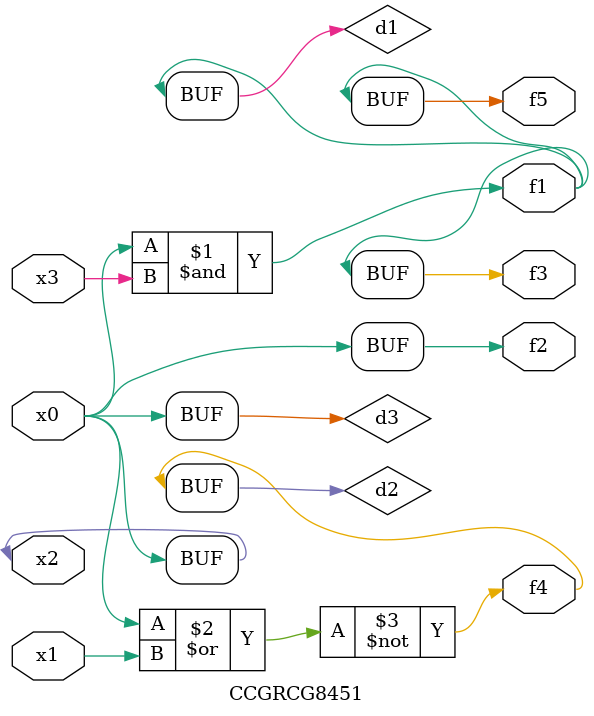
<source format=v>
module CCGRCG8451(
	input x0, x1, x2, x3,
	output f1, f2, f3, f4, f5
);

	wire d1, d2, d3;

	and (d1, x2, x3);
	nor (d2, x0, x1);
	buf (d3, x0, x2);
	assign f1 = d1;
	assign f2 = d3;
	assign f3 = d1;
	assign f4 = d2;
	assign f5 = d1;
endmodule

</source>
